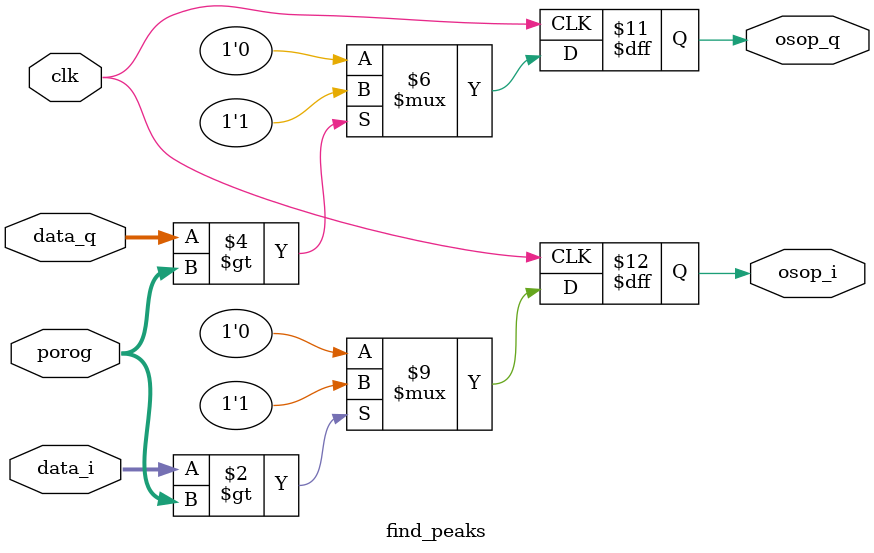
<source format=v>
module find_peaks(
	input					clk,
	input signed	[15:0]	data_i,
	input signed	[15:0]	data_q,
	input signed	[15:0]	porog,

	output	reg	osop_i,
	output	reg	osop_q
);



always @(posedge clk) begin
	if(data_i > porog)
		osop_i <= 1;
	else
		osop_i <= 0;
end


always @(posedge clk) begin
	if(data_q > porog)
		osop_q <= 1;
	else
		osop_q <= 0;
end




endmodule
</source>
